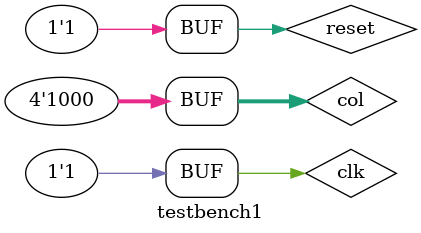
<source format=sv>
`timescale 1ns/1ns
`default_nettype none
`define N_TV 8
module testbench1 ();

	logic reset;
	logic [3:0] col;
	logic [3:0] r_sel;
	logic [6:0] seg;
	logic [1:0] osc;
	logic clk;

	always
 	  begin
 	    clk = 1'b0; #5;
 	    clk = 1'b1; #5;
 	  end


	top dut(reset, clk, col, r_sel, seg, osc);


	initial begin
		reset = 1'b1; #5;
		reset = 1'b0; #5;
		reset = 1'b1; #5;
	end

	initial begin
		col = 4'b0000; #102;
		col = 4'b0000; #100;
		col = 4'b0001; #500;
		col = 4'b0000; #100;
		col = 4'b0010; #500;
		col = 4'b0000; #100;
		col = 4'b0100; #500;
		col = 4'b0000; #100;
		col = 4'b1000; #500;
	end

endmodule
</source>
